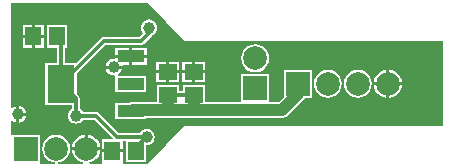
<source format=gbl>
%FSLAX25Y25*%
%MOIN*%
G70*
G01*
G75*
G04 Layer_Physical_Order=2*
G04 Layer_Color=16711680*
%ADD10R,0.04134X0.05512*%
%ADD11O,0.02362X0.08661*%
%ADD12R,0.05315X0.06102*%
%ADD13O,0.00984X0.03740*%
%ADD14O,0.03740X0.00984*%
%ADD15R,0.20866X0.20866*%
%ADD16C,0.00787*%
%ADD17C,0.01181*%
%ADD18C,0.01575*%
%ADD19R,0.07874X0.07874*%
%ADD20C,0.07874*%
%ADD21R,0.07874X0.07874*%
%ADD22C,0.03937*%
%ADD23R,0.06102X0.05315*%
%ADD24R,0.09055X0.12598*%
%ADD25R,0.09055X0.03937*%
%ADD26C,0.03937*%
G36*
X157087Y140157D02*
X243307D01*
Y111811D01*
X157087D01*
X144882Y99213D01*
X136516D01*
Y99705D01*
X136516D01*
Y103043D01*
X129626D01*
Y99705D01*
X129626D01*
Y99566D01*
X129272Y99213D01*
X125472D01*
X125440Y99712D01*
X125564Y99728D01*
X126713Y100204D01*
X127700Y100961D01*
X128457Y101948D01*
X128934Y103097D01*
X129030Y103831D01*
X119631D01*
X119728Y103097D01*
X120204Y101948D01*
X120961Y100961D01*
X121948Y100204D01*
X123097Y99728D01*
X123222Y99712D01*
X123189Y99213D01*
X114869D01*
X114836Y99712D01*
X115543Y99805D01*
X116674Y100273D01*
X117644Y101017D01*
X118389Y101988D01*
X118857Y103118D01*
X119017Y104331D01*
X118857Y105543D01*
X118389Y106674D01*
X117644Y107644D01*
X116674Y108389D01*
X115543Y108857D01*
X114331Y109017D01*
X113118Y108857D01*
X111988Y108389D01*
X111017Y107644D01*
X110273Y106674D01*
X109805Y105543D01*
X109645Y104331D01*
X109805Y103118D01*
X110273Y101988D01*
X111017Y101017D01*
X111988Y100273D01*
X113118Y99805D01*
X113825Y99712D01*
X113792Y99213D01*
X108976D01*
Y99685D01*
X108976D01*
Y108976D01*
X99685D01*
Y108976D01*
X99566D01*
X99213Y109330D01*
Y113522D01*
X99661Y113743D01*
X100185Y113341D01*
X100855Y113063D01*
X101075Y113034D01*
Y115748D01*
Y118462D01*
X100855Y118433D01*
X100185Y118155D01*
X99661Y117753D01*
X99213Y117974D01*
Y152756D01*
X144882D01*
X157087Y140157D01*
D02*
G37*
%LPC*%
G36*
X136178Y130996D02*
X130751D01*
X130780Y130777D01*
X131057Y130106D01*
X131499Y129531D01*
X132075Y129089D01*
X132745Y128811D01*
X133465Y128716D01*
X133561Y128729D01*
X133937Y128399D01*
Y123307D01*
X144409D01*
Y128661D01*
X135075D01*
X134915Y129135D01*
X135430Y129531D01*
X135872Y130106D01*
X136150Y130777D01*
X136178Y130996D01*
D02*
G37*
G36*
X204882Y130670D02*
X203669Y130510D01*
X202539Y130042D01*
X201569Y129298D01*
X200824Y128327D01*
X200356Y127197D01*
X200196Y125984D01*
X200356Y124771D01*
X200824Y123641D01*
X201569Y122671D01*
X202539Y121926D01*
X203669Y121458D01*
X204882Y121299D01*
X206095Y121458D01*
X207225Y121926D01*
X208195Y122671D01*
X208940Y123641D01*
X209408Y124771D01*
X209568Y125984D01*
X209408Y127197D01*
X208940Y128327D01*
X208195Y129298D01*
X207225Y130042D01*
X206095Y130510D01*
X204882Y130670D01*
D02*
G37*
G36*
X214882D02*
X213669Y130510D01*
X212539Y130042D01*
X211569Y129298D01*
X210824Y128327D01*
X210356Y127197D01*
X210196Y125984D01*
X210356Y124771D01*
X210824Y123641D01*
X211569Y122671D01*
X212539Y121926D01*
X213669Y121458D01*
X214882Y121299D01*
X216095Y121458D01*
X217225Y121926D01*
X218195Y122671D01*
X218940Y123641D01*
X219408Y124771D01*
X219568Y125984D01*
X219408Y127197D01*
X218940Y128327D01*
X218195Y129298D01*
X217225Y130042D01*
X216095Y130510D01*
X214882Y130670D01*
D02*
G37*
G36*
X151075Y129421D02*
X147736D01*
Y126476D01*
X151075D01*
Y129421D01*
D02*
G37*
G36*
X164075D02*
X160736D01*
Y126476D01*
X164075D01*
Y129421D01*
D02*
G37*
G36*
X159736D02*
X156398D01*
Y126476D01*
X159736D01*
Y129421D01*
D02*
G37*
G36*
X155413D02*
X152075D01*
Y126476D01*
X155413D01*
Y129421D01*
D02*
G37*
G36*
X104289Y115248D02*
X102075D01*
Y113034D01*
X102294Y113063D01*
X102965Y113341D01*
X103540Y113783D01*
X103982Y114358D01*
X104260Y115029D01*
X104289Y115248D01*
D02*
G37*
G36*
X124831Y109030D02*
Y104831D01*
X129030D01*
X128934Y105564D01*
X128457Y106713D01*
X127700Y107700D01*
X126713Y108458D01*
X125564Y108933D01*
X124831Y109030D01*
D02*
G37*
G36*
X123831D02*
X123097Y108933D01*
X121948Y108458D01*
X120961Y107700D01*
X120204Y106713D01*
X119728Y105564D01*
X119631Y104831D01*
X123831D01*
Y109030D01*
D02*
G37*
G36*
X102075Y118462D02*
Y116248D01*
X104289D01*
X104260Y116467D01*
X103982Y117138D01*
X103540Y117714D01*
X102965Y118155D01*
X102294Y118433D01*
X102075Y118462D01*
D02*
G37*
G36*
X229581Y125484D02*
X225382D01*
Y121285D01*
X226115Y121381D01*
X227264Y121858D01*
X228251Y122615D01*
X229009Y123602D01*
X229485Y124751D01*
X229581Y125484D01*
D02*
G37*
G36*
X224382D02*
X220182D01*
X220279Y124751D01*
X220755Y123602D01*
X221512Y122615D01*
X222499Y121858D01*
X223649Y121381D01*
X224382Y121285D01*
Y125484D01*
D02*
G37*
G36*
X199528Y130630D02*
X190236D01*
Y121614D01*
X188645Y120023D01*
X185354D01*
Y129055D01*
X176063D01*
Y120023D01*
X163996D01*
Y125413D01*
X156476D01*
Y123372D01*
X155335D01*
Y125413D01*
X147815D01*
Y120023D01*
X139961D01*
X139262Y119931D01*
X138610Y119661D01*
X138539Y119606D01*
X133937D01*
Y114252D01*
X144409D01*
Y114623D01*
X189764D01*
X190463Y114715D01*
X191114Y114984D01*
X191673Y115413D01*
X191673Y115413D01*
X191673Y115413D01*
X196791Y120532D01*
X197220Y121091D01*
X197323Y121339D01*
X199528D01*
Y130630D01*
D02*
G37*
G36*
X224382Y130684D02*
X223649Y130587D01*
X222499Y130111D01*
X221512Y129354D01*
X220755Y128367D01*
X220279Y127218D01*
X220182Y126484D01*
X224382D01*
Y130684D01*
D02*
G37*
G36*
X144488Y137795D02*
X139673D01*
Y135539D01*
X144488D01*
Y137795D01*
D02*
G37*
G36*
X138673D02*
X133858D01*
Y135539D01*
X138673D01*
Y137795D01*
D02*
G37*
G36*
Y134539D02*
X133786D01*
X133482Y134273D01*
X133465Y134276D01*
X132745Y134181D01*
X132075Y133903D01*
X131499Y133462D01*
X131057Y132886D01*
X130780Y132215D01*
X130751Y131996D01*
X136268D01*
X136520Y132283D01*
X138673D01*
Y134539D01*
D02*
G37*
G36*
X106193Y141232D02*
X103248D01*
Y137894D01*
X106193D01*
Y141232D01*
D02*
G37*
G36*
X110138Y145571D02*
X107193D01*
Y142232D01*
X110138D01*
Y145571D01*
D02*
G37*
G36*
X106193D02*
X103248D01*
Y142232D01*
X106193D01*
Y145571D01*
D02*
G37*
G36*
X110138Y141232D02*
X107193D01*
Y137894D01*
X110138D01*
Y141232D01*
D02*
G37*
G36*
X145276Y147385D02*
X144577Y147293D01*
X143925Y147023D01*
X143366Y146594D01*
X142937Y146035D01*
X142667Y145384D01*
X142575Y144685D01*
X142667Y143986D01*
X142937Y143335D01*
X143322Y142833D01*
X141971Y141482D01*
X130118D01*
X129611Y141381D01*
X129181Y141094D01*
X129181Y141094D01*
X121079Y132992D01*
X117270D01*
Y137972D01*
X117933D01*
Y145492D01*
X111201D01*
Y137972D01*
X114620D01*
Y132992D01*
X110709D01*
Y118976D01*
X119542D01*
Y117703D01*
X119516Y117693D01*
X118957Y117264D01*
X118528Y116704D01*
X118258Y116053D01*
X118166Y115354D01*
X118258Y114655D01*
X118528Y114004D01*
X118957Y113445D01*
X119516Y113016D01*
X120167Y112746D01*
X120866Y112654D01*
X121565Y112746D01*
X122216Y113016D01*
X122775Y113445D01*
X123205Y114004D01*
X123215Y114030D01*
X127010D01*
X133196Y107844D01*
X133005Y107382D01*
X129626D01*
Y104043D01*
X136516D01*
Y106943D01*
X137579D01*
Y99783D01*
X144311D01*
Y105412D01*
X144488Y105568D01*
X145187Y105659D01*
X145838Y105929D01*
X146398Y106358D01*
X146827Y106918D01*
X147096Y107569D01*
X147188Y108268D01*
X147096Y108967D01*
X146827Y109618D01*
X146398Y110177D01*
X145838Y110606D01*
X145187Y110876D01*
X144488Y110968D01*
X143789Y110876D01*
X143138Y110606D01*
X142579Y110177D01*
X142150Y109618D01*
X142139Y109592D01*
X135194D01*
X128496Y116291D01*
X128066Y116578D01*
X127982Y116595D01*
X127559Y116679D01*
X127559Y116679D01*
X123215D01*
X123205Y116704D01*
X122775Y117264D01*
X122216Y117693D01*
X122191Y117703D01*
Y121063D01*
X122090Y121570D01*
X121803Y122000D01*
X121803Y122000D01*
X121181Y122621D01*
Y129347D01*
X130667Y138833D01*
X142520D01*
X142520Y138833D01*
X142943Y138917D01*
X143027Y138934D01*
X143456Y139221D01*
X143456Y139221D01*
X143456Y139221D01*
X146212Y141977D01*
X146396Y142251D01*
X146626Y142347D01*
X147185Y142776D01*
X147614Y143335D01*
X147884Y143986D01*
X147976Y144685D01*
X147884Y145384D01*
X147614Y146035D01*
X147185Y146594D01*
X146626Y147023D01*
X145975Y147293D01*
X145276Y147385D01*
D02*
G37*
G36*
X151075Y133366D02*
X147736D01*
Y130421D01*
X151075D01*
Y133366D01*
D02*
G37*
G36*
X180709Y139095D02*
X179496Y138935D01*
X178366Y138467D01*
X177395Y137723D01*
X176651Y136752D01*
X176183Y135622D01*
X176023Y134409D01*
X176183Y133197D01*
X176651Y132067D01*
X177395Y131096D01*
X178366Y130351D01*
X179496Y129883D01*
X180709Y129724D01*
X181921Y129883D01*
X183052Y130351D01*
X184022Y131096D01*
X184767Y132067D01*
X185235Y133197D01*
X185394Y134409D01*
X185235Y135622D01*
X184767Y136752D01*
X184022Y137723D01*
X183052Y138467D01*
X181921Y138935D01*
X180709Y139095D01*
D02*
G37*
G36*
X225382Y130684D02*
Y126484D01*
X229581D01*
X229485Y127218D01*
X229009Y128367D01*
X228251Y129354D01*
X227264Y130111D01*
X226115Y130587D01*
X225382Y130684D01*
D02*
G37*
G36*
X155413Y133366D02*
X152075D01*
Y130421D01*
X155413D01*
Y133366D01*
D02*
G37*
G36*
X144488Y134539D02*
X139673D01*
Y132283D01*
X144488D01*
Y134539D01*
D02*
G37*
G36*
X164075Y133366D02*
X160736D01*
Y130421D01*
X164075D01*
Y133366D01*
D02*
G37*
G36*
X159736D02*
X156398D01*
Y130421D01*
X159736D01*
Y133366D01*
D02*
G37*
%LPD*%
D12*
X114567Y141732D02*
D03*
X106693D02*
D03*
X140945Y103543D02*
D03*
X133071D02*
D03*
D17*
X151575Y122047D02*
X160236D01*
X145276Y142913D02*
Y144685D01*
X142520Y140157D02*
X145276Y142913D01*
X130118Y140157D02*
X142520D01*
X134646Y108268D02*
X144488D01*
X127559Y115354D02*
X134646Y108268D01*
X141732Y105512D02*
X144488Y108268D01*
X141732Y103150D02*
Y105512D01*
X120866Y115354D02*
X127559D01*
X114567Y141732D02*
X115945Y140354D01*
Y125984D02*
Y140354D01*
Y125984D02*
X120866Y121063D01*
Y115354D02*
Y121063D01*
X115945Y125984D02*
X130118Y140157D01*
D19*
X180709Y124409D02*
D03*
D20*
Y134409D02*
D03*
X224882Y125984D02*
D03*
X214882D02*
D03*
X204882D02*
D03*
X114331Y104331D02*
D03*
X124331D02*
D03*
D21*
X194882Y125984D02*
D03*
X104331Y104331D02*
D03*
D22*
X101575Y115748D02*
D03*
X145276Y144685D02*
D03*
X144488Y108268D02*
D03*
X133465Y131496D02*
D03*
X120866Y115354D02*
D03*
D23*
X160236Y129921D02*
D03*
Y122047D02*
D03*
X151575D02*
D03*
Y129921D02*
D03*
D24*
X115945Y125984D02*
D03*
D25*
X139173Y116929D02*
D03*
Y125984D02*
D03*
Y135039D02*
D03*
D26*
X151575Y117323D02*
Y122047D01*
X160236Y117323D02*
X189764D01*
X151575D02*
X160236D01*
X139961D02*
X151575D01*
X160236D02*
Y122047D01*
X189764Y117323D02*
X194882Y122441D01*
Y125984D01*
M02*

</source>
